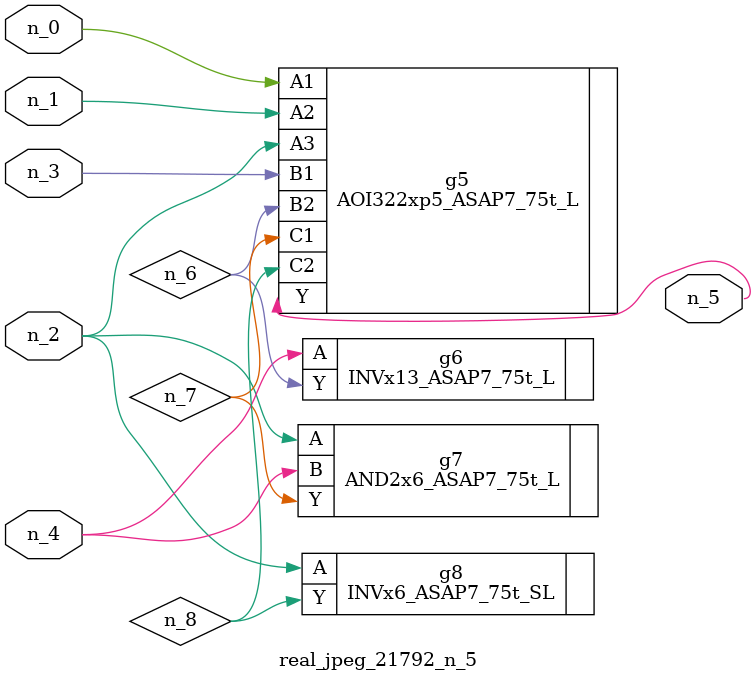
<source format=v>
module real_jpeg_21792_n_5 (n_4, n_0, n_1, n_2, n_3, n_5);

input n_4;
input n_0;
input n_1;
input n_2;
input n_3;

output n_5;

wire n_8;
wire n_6;
wire n_7;

AOI322xp5_ASAP7_75t_L g5 ( 
.A1(n_0),
.A2(n_1),
.A3(n_2),
.B1(n_3),
.B2(n_6),
.C1(n_7),
.C2(n_8),
.Y(n_5)
);

AND2x6_ASAP7_75t_L g7 ( 
.A(n_2),
.B(n_4),
.Y(n_7)
);

INVx6_ASAP7_75t_SL g8 ( 
.A(n_2),
.Y(n_8)
);

INVx13_ASAP7_75t_L g6 ( 
.A(n_4),
.Y(n_6)
);


endmodule
</source>
